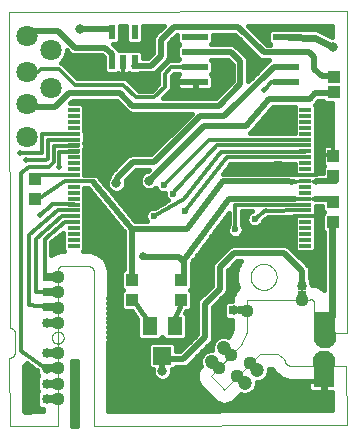
<source format=gtl>
G75*
%MOIN*%
%OFA0B0*%
%FSLAX25Y25*%
%IPPOS*%
%LPD*%
%AMOC8*
5,1,8,0,0,1.08239X$1,22.5*
%
%ADD10C,0.00200*%
%ADD11C,0.00000*%
%ADD12R,0.03937X0.04331*%
%ADD13R,0.04331X0.03937*%
%ADD14R,0.06299X0.05906*%
%ADD15R,0.05118X0.05906*%
%ADD16R,0.03150X0.03150*%
%ADD17R,0.07087X0.07087*%
%ADD18C,0.04724*%
%ADD19R,0.05512X0.01969*%
%ADD20C,0.07087*%
%ADD21R,0.02165X0.04724*%
%ADD22R,0.03543X0.01181*%
%ADD23R,0.04043X0.01181*%
%ADD24R,0.04331X0.04331*%
%ADD25C,0.01200*%
%ADD26R,0.02569X0.02569*%
%ADD27C,0.02400*%
%ADD28R,0.03200X0.03200*%
%ADD29C,0.01600*%
%ADD30C,0.02000*%
%ADD31C,0.03200*%
%ADD32C,0.01978*%
%ADD33C,0.04394*%
%ADD34C,0.07618*%
%ADD35C,0.02559*%
%ADD36C,0.02362*%
%ADD37C,0.01000*%
D10*
X0007139Y0006452D02*
X0023169Y0006452D01*
X0023164Y0006446D02*
X0023231Y0058499D01*
X0023243Y0058575D01*
X0023260Y0058651D01*
X0023280Y0058725D01*
X0023304Y0058799D01*
X0023332Y0058871D01*
X0023363Y0058942D01*
X0023398Y0059011D01*
X0023436Y0059079D01*
X0023478Y0059144D01*
X0023523Y0059207D01*
X0023571Y0059268D01*
X0023622Y0059326D01*
X0023676Y0059381D01*
X0023733Y0059434D01*
X0023792Y0059484D01*
X0023854Y0059531D01*
X0023918Y0059574D01*
X0023984Y0059614D01*
X0024053Y0059651D01*
X0024123Y0059685D01*
X0024194Y0059714D01*
X0024267Y0059740D01*
X0024341Y0059763D01*
X0024416Y0059781D01*
X0024493Y0059796D01*
X0024569Y0059807D01*
X0024646Y0059814D01*
X0024724Y0059817D01*
X0024801Y0059816D01*
X0024879Y0059811D01*
X0024956Y0059802D01*
X0024950Y0059801D02*
X0033087Y0059799D01*
X0033062Y0059803D02*
X0033151Y0059807D01*
X0033241Y0059806D01*
X0033330Y0059802D01*
X0033419Y0059794D01*
X0033508Y0059782D01*
X0033596Y0059766D01*
X0033683Y0059747D01*
X0033769Y0059723D01*
X0033854Y0059696D01*
X0033938Y0059666D01*
X0034021Y0059631D01*
X0034102Y0059593D01*
X0034181Y0059552D01*
X0034258Y0059507D01*
X0034333Y0059458D01*
X0034406Y0059407D01*
X0034477Y0059352D01*
X0034545Y0059295D01*
X0034611Y0059234D01*
X0034674Y0059171D01*
X0034734Y0059105D01*
X0034792Y0059036D01*
X0034846Y0058965D01*
X0034897Y0058891D01*
X0034945Y0058816D01*
X0034989Y0058738D01*
X0035030Y0058659D01*
X0035068Y0058578D01*
X0035102Y0058495D01*
X0035132Y0058411D01*
X0035159Y0058326D01*
X0035182Y0058239D01*
X0035201Y0058152D01*
X0035216Y0058064D01*
X0035227Y0057975D01*
X0035235Y0057886D01*
X0035201Y0006565D01*
X0035202Y0006565D02*
X0119531Y0006905D01*
X0119534Y0006905D02*
X0119427Y0026460D01*
X0119429Y0026459D02*
X0101408Y0026325D01*
X0101537Y0026337D02*
X0101435Y0026332D01*
X0101334Y0026331D01*
X0101233Y0026334D01*
X0101132Y0026340D01*
X0101031Y0026351D01*
X0100931Y0026365D01*
X0100831Y0026383D01*
X0100732Y0026405D01*
X0100634Y0026430D01*
X0100537Y0026460D01*
X0100441Y0026493D01*
X0100347Y0026530D01*
X0100254Y0026570D01*
X0100162Y0026614D01*
X0100073Y0026661D01*
X0099985Y0026712D01*
X0099899Y0026766D01*
X0099816Y0026823D01*
X0099734Y0026883D01*
X0099655Y0026947D01*
X0099579Y0027013D01*
X0099505Y0027083D01*
X0099434Y0027155D01*
X0099365Y0027230D01*
X0099300Y0027307D01*
X0099238Y0027387D01*
X0099178Y0027469D01*
X0099122Y0027553D01*
X0099069Y0027640D01*
X0099020Y0027728D01*
X0098974Y0027818D01*
X0098931Y0027910D01*
X0098892Y0028004D01*
X0098857Y0028099D01*
X0098825Y0028195D01*
X0098797Y0028292D01*
X0098773Y0028391D01*
X0098752Y0028490D01*
X0098735Y0028590D01*
X0098722Y0028690D01*
X0098713Y0028791D01*
X0098712Y0028794D02*
X0096565Y0030344D01*
X0090592Y0030344D01*
X0078779Y0018497D01*
X0078242Y0019068D01*
X0074584Y0022726D01*
X0074450Y0023162D01*
X0074451Y0023163D02*
X0084350Y0033532D01*
X0086263Y0037895D01*
X0086296Y0048566D01*
X0096532Y0048533D01*
X0101069Y0048535D01*
X0101061Y0048532D02*
X0107339Y0048579D01*
X0107334Y0048579D02*
X0107397Y0048594D01*
X0107461Y0048606D01*
X0107526Y0048615D01*
X0107591Y0048619D01*
X0107656Y0048620D01*
X0107721Y0048617D01*
X0107786Y0048610D01*
X0107850Y0048599D01*
X0107913Y0048585D01*
X0107976Y0048567D01*
X0108037Y0048546D01*
X0108097Y0048520D01*
X0108156Y0048492D01*
X0108213Y0048460D01*
X0108267Y0048425D01*
X0108320Y0048387D01*
X0108370Y0048345D01*
X0108418Y0048301D01*
X0108463Y0048254D01*
X0108506Y0048205D01*
X0108545Y0048153D01*
X0108582Y0048099D01*
X0108615Y0048043D01*
X0108645Y0047985D01*
X0108671Y0047926D01*
X0108694Y0047865D01*
X0108714Y0047803D01*
X0108711Y0047810D02*
X0108714Y0037240D01*
X0119623Y0037292D01*
X0119623Y0037293D02*
X0119529Y0144834D01*
X0119528Y0144834D02*
X0006889Y0144555D01*
X0006890Y0144557D02*
X0007149Y0039040D01*
X0007149Y0039045D02*
X0007226Y0039052D01*
X0007303Y0039055D01*
X0007380Y0039054D01*
X0007457Y0039050D01*
X0007533Y0039042D01*
X0007610Y0039030D01*
X0007685Y0039014D01*
X0007760Y0038995D01*
X0007833Y0038972D01*
X0007906Y0038945D01*
X0007976Y0038915D01*
X0008046Y0038882D01*
X0008114Y0038845D01*
X0008179Y0038805D01*
X0008243Y0038761D01*
X0008305Y0038715D01*
X0008364Y0038666D01*
X0008420Y0038614D01*
X0008475Y0038559D01*
X0008526Y0038501D01*
X0008574Y0038441D01*
X0008620Y0038379D01*
X0008662Y0038315D01*
X0008701Y0038248D01*
X0008737Y0038180D01*
X0008769Y0038110D01*
X0008798Y0038039D01*
X0008824Y0037966D01*
X0008845Y0037892D01*
X0008864Y0037817D01*
X0008878Y0037741D01*
X0008889Y0037665D01*
X0008889Y0031065D01*
X0008891Y0030980D01*
X0008889Y0030896D01*
X0008884Y0030811D01*
X0008874Y0030727D01*
X0008861Y0030644D01*
X0008844Y0030561D01*
X0008823Y0030479D01*
X0008798Y0030398D01*
X0008769Y0030318D01*
X0008737Y0030240D01*
X0008701Y0030163D01*
X0008662Y0030088D01*
X0008619Y0030015D01*
X0008573Y0029944D01*
X0008524Y0029875D01*
X0008472Y0029809D01*
X0008416Y0029745D01*
X0008358Y0029683D01*
X0008297Y0029625D01*
X0008234Y0029569D01*
X0008167Y0029516D01*
X0008099Y0029467D01*
X0008028Y0029420D01*
X0007955Y0029377D01*
X0007880Y0029337D01*
X0007804Y0029301D01*
X0007726Y0029269D01*
X0007646Y0029240D01*
X0007566Y0029214D01*
X0007484Y0029193D01*
X0007401Y0029175D01*
X0007317Y0029161D01*
X0007233Y0029151D01*
X0007149Y0029145D01*
X0007119Y0029145D01*
X0007123Y0029141D02*
X0007162Y0006458D01*
X0007154Y0029160D02*
X0007183Y0029160D01*
D11*
X0021234Y0035880D02*
X0021236Y0035968D01*
X0021242Y0036056D01*
X0021252Y0036144D01*
X0021266Y0036232D01*
X0021283Y0036318D01*
X0021305Y0036404D01*
X0021330Y0036488D01*
X0021360Y0036572D01*
X0021392Y0036654D01*
X0021429Y0036734D01*
X0021469Y0036813D01*
X0021513Y0036890D01*
X0021560Y0036965D01*
X0021610Y0037037D01*
X0021664Y0037108D01*
X0021720Y0037175D01*
X0021780Y0037241D01*
X0021842Y0037303D01*
X0021908Y0037363D01*
X0021975Y0037419D01*
X0022046Y0037473D01*
X0022118Y0037523D01*
X0022193Y0037570D01*
X0022270Y0037614D01*
X0022349Y0037654D01*
X0022429Y0037691D01*
X0022511Y0037723D01*
X0022595Y0037753D01*
X0022679Y0037778D01*
X0022765Y0037800D01*
X0022851Y0037817D01*
X0022939Y0037831D01*
X0023027Y0037841D01*
X0023115Y0037847D01*
X0023203Y0037849D01*
X0023291Y0037847D01*
X0023379Y0037841D01*
X0023467Y0037831D01*
X0023555Y0037817D01*
X0023641Y0037800D01*
X0023727Y0037778D01*
X0023811Y0037753D01*
X0023895Y0037723D01*
X0023977Y0037691D01*
X0024057Y0037654D01*
X0024136Y0037614D01*
X0024213Y0037570D01*
X0024288Y0037523D01*
X0024360Y0037473D01*
X0024431Y0037419D01*
X0024498Y0037363D01*
X0024564Y0037303D01*
X0024626Y0037241D01*
X0024686Y0037175D01*
X0024742Y0037108D01*
X0024796Y0037037D01*
X0024846Y0036965D01*
X0024893Y0036890D01*
X0024937Y0036813D01*
X0024977Y0036734D01*
X0025014Y0036654D01*
X0025046Y0036572D01*
X0025076Y0036488D01*
X0025101Y0036404D01*
X0025123Y0036318D01*
X0025140Y0036232D01*
X0025154Y0036144D01*
X0025164Y0036056D01*
X0025170Y0035968D01*
X0025172Y0035880D01*
X0025170Y0035792D01*
X0025164Y0035704D01*
X0025154Y0035616D01*
X0025140Y0035528D01*
X0025123Y0035442D01*
X0025101Y0035356D01*
X0025076Y0035272D01*
X0025046Y0035188D01*
X0025014Y0035106D01*
X0024977Y0035026D01*
X0024937Y0034947D01*
X0024893Y0034870D01*
X0024846Y0034795D01*
X0024796Y0034723D01*
X0024742Y0034652D01*
X0024686Y0034585D01*
X0024626Y0034519D01*
X0024564Y0034457D01*
X0024498Y0034397D01*
X0024431Y0034341D01*
X0024360Y0034287D01*
X0024288Y0034237D01*
X0024213Y0034190D01*
X0024136Y0034146D01*
X0024057Y0034106D01*
X0023977Y0034069D01*
X0023895Y0034037D01*
X0023811Y0034007D01*
X0023727Y0033982D01*
X0023641Y0033960D01*
X0023555Y0033943D01*
X0023467Y0033929D01*
X0023379Y0033919D01*
X0023291Y0033913D01*
X0023203Y0033911D01*
X0023115Y0033913D01*
X0023027Y0033919D01*
X0022939Y0033929D01*
X0022851Y0033943D01*
X0022765Y0033960D01*
X0022679Y0033982D01*
X0022595Y0034007D01*
X0022511Y0034037D01*
X0022429Y0034069D01*
X0022349Y0034106D01*
X0022270Y0034146D01*
X0022193Y0034190D01*
X0022118Y0034237D01*
X0022046Y0034287D01*
X0021975Y0034341D01*
X0021908Y0034397D01*
X0021842Y0034457D01*
X0021780Y0034519D01*
X0021720Y0034585D01*
X0021664Y0034652D01*
X0021610Y0034723D01*
X0021560Y0034795D01*
X0021513Y0034870D01*
X0021469Y0034947D01*
X0021429Y0035026D01*
X0021392Y0035106D01*
X0021360Y0035188D01*
X0021330Y0035272D01*
X0021305Y0035356D01*
X0021283Y0035442D01*
X0021266Y0035528D01*
X0021252Y0035616D01*
X0021242Y0035704D01*
X0021236Y0035792D01*
X0021234Y0035880D01*
X0087502Y0056126D02*
X0087504Y0056257D01*
X0087510Y0056389D01*
X0087520Y0056520D01*
X0087534Y0056651D01*
X0087552Y0056781D01*
X0087574Y0056910D01*
X0087599Y0057039D01*
X0087629Y0057167D01*
X0087663Y0057294D01*
X0087700Y0057421D01*
X0087741Y0057545D01*
X0087786Y0057669D01*
X0087835Y0057791D01*
X0087887Y0057912D01*
X0087943Y0058030D01*
X0088003Y0058148D01*
X0088066Y0058263D01*
X0088133Y0058376D01*
X0088203Y0058488D01*
X0088276Y0058597D01*
X0088352Y0058703D01*
X0088432Y0058808D01*
X0088515Y0058910D01*
X0088601Y0059009D01*
X0088690Y0059106D01*
X0088782Y0059200D01*
X0088877Y0059291D01*
X0088974Y0059380D01*
X0089074Y0059465D01*
X0089177Y0059547D01*
X0089282Y0059626D01*
X0089389Y0059702D01*
X0089499Y0059774D01*
X0089611Y0059843D01*
X0089725Y0059909D01*
X0089840Y0059971D01*
X0089958Y0060030D01*
X0090077Y0060085D01*
X0090198Y0060137D01*
X0090321Y0060184D01*
X0090445Y0060228D01*
X0090570Y0060269D01*
X0090696Y0060305D01*
X0090824Y0060338D01*
X0090952Y0060366D01*
X0091081Y0060391D01*
X0091211Y0060412D01*
X0091341Y0060429D01*
X0091472Y0060442D01*
X0091603Y0060451D01*
X0091734Y0060456D01*
X0091866Y0060457D01*
X0091997Y0060454D01*
X0092129Y0060447D01*
X0092260Y0060436D01*
X0092390Y0060421D01*
X0092520Y0060402D01*
X0092650Y0060379D01*
X0092778Y0060353D01*
X0092906Y0060322D01*
X0093033Y0060287D01*
X0093159Y0060249D01*
X0093283Y0060207D01*
X0093407Y0060161D01*
X0093528Y0060111D01*
X0093648Y0060058D01*
X0093767Y0060001D01*
X0093884Y0059941D01*
X0093998Y0059877D01*
X0094111Y0059809D01*
X0094222Y0059738D01*
X0094331Y0059664D01*
X0094437Y0059587D01*
X0094541Y0059506D01*
X0094642Y0059423D01*
X0094741Y0059336D01*
X0094837Y0059246D01*
X0094930Y0059153D01*
X0095021Y0059058D01*
X0095108Y0058960D01*
X0095193Y0058859D01*
X0095274Y0058756D01*
X0095352Y0058650D01*
X0095427Y0058542D01*
X0095499Y0058432D01*
X0095567Y0058320D01*
X0095632Y0058206D01*
X0095693Y0058089D01*
X0095751Y0057971D01*
X0095805Y0057851D01*
X0095856Y0057730D01*
X0095903Y0057607D01*
X0095946Y0057483D01*
X0095985Y0057358D01*
X0096021Y0057231D01*
X0096052Y0057103D01*
X0096080Y0056975D01*
X0096104Y0056846D01*
X0096124Y0056716D01*
X0096140Y0056585D01*
X0096152Y0056454D01*
X0096160Y0056323D01*
X0096164Y0056192D01*
X0096164Y0056060D01*
X0096160Y0055929D01*
X0096152Y0055798D01*
X0096140Y0055667D01*
X0096124Y0055536D01*
X0096104Y0055406D01*
X0096080Y0055277D01*
X0096052Y0055149D01*
X0096021Y0055021D01*
X0095985Y0054894D01*
X0095946Y0054769D01*
X0095903Y0054645D01*
X0095856Y0054522D01*
X0095805Y0054401D01*
X0095751Y0054281D01*
X0095693Y0054163D01*
X0095632Y0054046D01*
X0095567Y0053932D01*
X0095499Y0053820D01*
X0095427Y0053710D01*
X0095352Y0053602D01*
X0095274Y0053496D01*
X0095193Y0053393D01*
X0095108Y0053292D01*
X0095021Y0053194D01*
X0094930Y0053099D01*
X0094837Y0053006D01*
X0094741Y0052916D01*
X0094642Y0052829D01*
X0094541Y0052746D01*
X0094437Y0052665D01*
X0094331Y0052588D01*
X0094222Y0052514D01*
X0094111Y0052443D01*
X0093999Y0052375D01*
X0093884Y0052311D01*
X0093767Y0052251D01*
X0093648Y0052194D01*
X0093528Y0052141D01*
X0093407Y0052091D01*
X0093283Y0052045D01*
X0093159Y0052003D01*
X0093033Y0051965D01*
X0092906Y0051930D01*
X0092778Y0051899D01*
X0092650Y0051873D01*
X0092520Y0051850D01*
X0092390Y0051831D01*
X0092260Y0051816D01*
X0092129Y0051805D01*
X0091997Y0051798D01*
X0091866Y0051795D01*
X0091734Y0051796D01*
X0091603Y0051801D01*
X0091472Y0051810D01*
X0091341Y0051823D01*
X0091211Y0051840D01*
X0091081Y0051861D01*
X0090952Y0051886D01*
X0090824Y0051914D01*
X0090696Y0051947D01*
X0090570Y0051983D01*
X0090445Y0052024D01*
X0090321Y0052068D01*
X0090198Y0052115D01*
X0090077Y0052167D01*
X0089958Y0052222D01*
X0089840Y0052281D01*
X0089725Y0052343D01*
X0089611Y0052409D01*
X0089499Y0052478D01*
X0089389Y0052550D01*
X0089282Y0052626D01*
X0089177Y0052705D01*
X0089074Y0052787D01*
X0088974Y0052872D01*
X0088877Y0052961D01*
X0088782Y0053052D01*
X0088690Y0053146D01*
X0088601Y0053243D01*
X0088515Y0053342D01*
X0088432Y0053444D01*
X0088352Y0053549D01*
X0088276Y0053655D01*
X0088203Y0053764D01*
X0088133Y0053876D01*
X0088066Y0053989D01*
X0088003Y0054104D01*
X0087943Y0054222D01*
X0087887Y0054340D01*
X0087835Y0054461D01*
X0087786Y0054583D01*
X0087741Y0054707D01*
X0087700Y0054831D01*
X0087663Y0054958D01*
X0087629Y0055085D01*
X0087599Y0055213D01*
X0087574Y0055342D01*
X0087552Y0055471D01*
X0087534Y0055601D01*
X0087520Y0055732D01*
X0087510Y0055863D01*
X0087504Y0055995D01*
X0087502Y0056126D01*
D12*
X0115063Y0089774D03*
X0115063Y0096466D03*
X0015703Y0088906D03*
X0015703Y0082214D03*
D13*
X0048082Y0055156D03*
X0048082Y0048464D03*
X0064353Y0048319D03*
X0064353Y0055012D03*
X0115003Y0074294D03*
X0115003Y0080986D03*
D14*
X0058018Y0029860D03*
D15*
X0053884Y0039703D03*
X0062152Y0039703D03*
D16*
X0081783Y0045000D03*
X0084783Y0045000D03*
X0104543Y0050260D03*
X0104543Y0053080D03*
X0021643Y0051120D03*
X0019634Y0051060D03*
X0019754Y0056220D03*
X0021643Y0056220D03*
X0021643Y0046020D03*
X0019634Y0046020D03*
X0019574Y0040920D03*
X0021643Y0040920D03*
X0021643Y0030720D03*
X0019694Y0030720D03*
X0019634Y0025620D03*
X0021643Y0025620D03*
X0021643Y0020520D03*
X0019634Y0020520D03*
X0019634Y0015420D03*
X0021643Y0015420D03*
D17*
X0111883Y0022800D03*
X0112399Y0041043D03*
D18*
X0089683Y0025140D03*
X0085521Y0020753D03*
X0074683Y0027720D03*
X0078545Y0032474D03*
D19*
X0070702Y0121117D03*
X0067202Y0121117D03*
X0067202Y0126117D03*
X0070702Y0126117D03*
X0070702Y0131117D03*
X0067202Y0131117D03*
X0067202Y0136078D03*
X0070702Y0136078D03*
X0097505Y0136078D03*
X0101005Y0136078D03*
X0101005Y0131078D03*
X0097505Y0131078D03*
X0097505Y0126078D03*
X0101005Y0126078D03*
X0101005Y0121078D03*
X0097505Y0121078D03*
D20*
X0021001Y0119136D03*
X0013082Y0124276D03*
X0021001Y0131623D03*
X0013082Y0136338D03*
X0013000Y0113742D03*
X0013082Y0102732D03*
D21*
X0041325Y0127872D03*
X0045065Y0127872D03*
X0048805Y0127872D03*
X0048805Y0137715D03*
X0041325Y0137715D03*
D22*
X0028732Y0111759D03*
X0028732Y0109790D03*
X0028732Y0107822D03*
X0028732Y0105853D03*
X0028732Y0103885D03*
X0028732Y0101916D03*
X0028732Y0099948D03*
X0028732Y0097979D03*
X0028732Y0096011D03*
X0028732Y0094042D03*
X0028732Y0092074D03*
X0028732Y0090105D03*
X0028732Y0088137D03*
X0028732Y0086168D03*
X0028732Y0084200D03*
X0028732Y0082231D03*
X0028732Y0080263D03*
X0028732Y0078294D03*
X0028732Y0076326D03*
X0028732Y0074357D03*
X0028732Y0072389D03*
X0028732Y0070420D03*
X0028732Y0068452D03*
X0028732Y0066483D03*
X0105504Y0068452D03*
X0105504Y0070420D03*
X0105504Y0072389D03*
X0105504Y0074357D03*
X0105504Y0076326D03*
X0105504Y0078294D03*
X0105504Y0080263D03*
X0105504Y0082231D03*
X0105504Y0084200D03*
X0105504Y0086168D03*
X0105504Y0088137D03*
X0105504Y0090105D03*
X0105504Y0092074D03*
X0105504Y0094042D03*
X0105504Y0096011D03*
X0105504Y0097979D03*
X0105504Y0099948D03*
X0105504Y0101916D03*
X0105504Y0103885D03*
X0105504Y0105853D03*
X0105504Y0107822D03*
X0105504Y0109790D03*
X0105504Y0111759D03*
D23*
X0105754Y0111756D03*
X0105754Y0109787D03*
X0105754Y0107819D03*
X0105754Y0105850D03*
X0105754Y0103882D03*
X0105754Y0101913D03*
X0105754Y0099945D03*
X0105754Y0097976D03*
X0105754Y0096008D03*
X0105754Y0094039D03*
X0105754Y0092071D03*
X0105754Y0090102D03*
X0105754Y0088134D03*
X0105754Y0086165D03*
X0105754Y0084197D03*
X0105754Y0082228D03*
X0105754Y0080260D03*
X0105754Y0078291D03*
X0105754Y0076323D03*
X0105754Y0074354D03*
X0105754Y0072386D03*
X0105754Y0070417D03*
X0105754Y0068449D03*
X0105755Y0066484D03*
X0028478Y0066484D03*
X0028478Y0068452D03*
X0028478Y0070421D03*
X0028478Y0072389D03*
X0028478Y0074358D03*
X0028478Y0076326D03*
X0028478Y0078295D03*
X0028478Y0080263D03*
X0028478Y0082232D03*
X0028478Y0084200D03*
X0028478Y0086169D03*
X0028478Y0088137D03*
X0028478Y0090106D03*
X0028478Y0092074D03*
X0028478Y0094043D03*
X0028478Y0096011D03*
X0028478Y0097980D03*
X0028478Y0099948D03*
X0028478Y0101917D03*
X0028478Y0103885D03*
X0028478Y0105854D03*
X0028478Y0107822D03*
X0028478Y0109791D03*
X0028478Y0111759D03*
D24*
X0115192Y0117851D03*
X0115192Y0122794D03*
D25*
X0096453Y0120996D02*
X0094365Y0120996D01*
X0093203Y0119729D01*
X0093234Y0119759D02*
X0092157Y0118578D01*
X0105542Y0101873D02*
X0073723Y0101880D01*
X0058518Y0086900D01*
X0061714Y0084016D02*
X0076183Y0099960D01*
X0076183Y0099960D01*
X0105643Y0099960D01*
X0105509Y0097913D02*
X0077713Y0097920D01*
X0077623Y0097800D02*
X0065173Y0082260D01*
X0065143Y0082200D02*
X0055391Y0076440D01*
X0065729Y0078046D02*
X0079783Y0096000D01*
X0079843Y0096000D02*
X0105223Y0096000D01*
X0101633Y0090120D02*
X0109476Y0090120D01*
X0112093Y0096760D02*
X0116323Y0096780D01*
X0115003Y0096900D02*
X0114984Y0099909D01*
X0104480Y0080224D02*
X0082448Y0080224D01*
X0082380Y0080189D02*
X0082380Y0071917D01*
X0089005Y0075431D02*
X0092518Y0078276D01*
X0092769Y0078261D02*
X0104969Y0078276D01*
X0102088Y0076320D02*
X0108936Y0076320D01*
X0104603Y0053080D02*
X0104443Y0052680D01*
X0035203Y0088020D02*
X0025513Y0088020D01*
X0025483Y0088020D02*
X0016183Y0081600D01*
X0017223Y0076820D02*
X0021143Y0080220D01*
X0021263Y0080280D02*
X0028543Y0080280D01*
X0028843Y0078300D02*
X0023143Y0078360D01*
X0013743Y0070260D01*
X0013743Y0069920D02*
X0013663Y0046740D01*
X0019648Y0045991D01*
X0020132Y0051120D02*
X0015943Y0051120D01*
X0015943Y0068740D01*
X0016003Y0068920D02*
X0024703Y0076320D01*
X0028903Y0076320D01*
X0026243Y0074400D02*
X0025511Y0074400D01*
X0018867Y0068617D01*
X0018867Y0055995D01*
X0011023Y0071520D02*
X0010883Y0090720D01*
X0010919Y0090707D02*
X0013493Y0092874D01*
X0020316Y0092874D01*
X0020943Y0093500D01*
X0021009Y0093571D02*
X0021829Y0094391D01*
X0021829Y0099750D01*
X0024022Y0099750D01*
X0023968Y0099722D02*
X0029948Y0099762D01*
X0029848Y0097902D02*
X0023728Y0097917D01*
X0023669Y0092652D01*
X0019958Y0095566D02*
X0019354Y0094962D01*
X0012663Y0094962D01*
X0010602Y0097270D02*
X0018058Y0097270D01*
X0018058Y0103850D01*
X0021205Y0103850D01*
X0021218Y0103842D02*
X0030068Y0103842D01*
X0030123Y0101838D02*
X0022217Y0101838D01*
X0022284Y0101850D02*
X0019958Y0101850D01*
X0019958Y0095566D01*
X0016123Y0090120D02*
X0028673Y0090099D01*
X0011023Y0071520D02*
X0011023Y0031500D01*
X0018914Y0025727D01*
X0049232Y0116033D02*
X0055412Y0116033D01*
X0058931Y0119552D01*
X0058931Y0123930D01*
X0061097Y0126095D01*
X0061169Y0126120D02*
X0068642Y0126120D01*
X0049232Y0116033D02*
X0045035Y0120229D01*
X0038855Y0120229D01*
X0038982Y0120205D02*
X0028869Y0120205D01*
X0023734Y0125340D01*
X0017755Y0125340D01*
X0016715Y0124300D01*
X0012946Y0124300D01*
X0045065Y0124217D02*
X0045065Y0127194D01*
D26*
X0034611Y0126431D03*
X0053726Y0138989D03*
X0079031Y0123513D03*
X0088911Y0127149D03*
X0098608Y0107493D03*
X0111206Y0112612D03*
X0096593Y0093296D03*
X0096021Y0071401D03*
X0076849Y0042315D03*
X0099914Y0019639D03*
X0111913Y0020760D03*
X0060277Y0018889D03*
X0047255Y0038003D03*
X0023203Y0066584D03*
X0036683Y0070570D03*
X0047393Y0084394D03*
X0053521Y0105883D03*
X0113670Y0139054D03*
X0013386Y0011289D03*
D27*
X0049478Y0011760D02*
X0055344Y0011807D01*
X0111973Y0012540D02*
X0112003Y0022350D01*
X0114779Y0043051D02*
X0114763Y0073678D01*
X0115030Y0132813D02*
X0108843Y0135920D01*
X0100158Y0135953D01*
D28*
X0077270Y0069972D03*
D29*
X0075574Y0071325D02*
X0079654Y0071325D01*
X0079629Y0071385D02*
X0080053Y0070363D01*
X0080835Y0069581D01*
X0081857Y0069157D01*
X0082964Y0069157D01*
X0083986Y0069581D01*
X0084768Y0070363D01*
X0085192Y0071385D01*
X0085192Y0072492D01*
X0084768Y0073514D01*
X0084580Y0073702D01*
X0084580Y0078024D01*
X0087941Y0078024D01*
X0087279Y0077749D01*
X0086497Y0076967D01*
X0086073Y0075945D01*
X0086073Y0074839D01*
X0086497Y0073816D01*
X0087279Y0073034D01*
X0088301Y0072611D01*
X0089408Y0072611D01*
X0090430Y0073034D01*
X0091212Y0073816D01*
X0091568Y0074676D01*
X0093279Y0076062D01*
X0102132Y0076073D01*
X0102132Y0067198D01*
X0102133Y0067198D01*
X0102133Y0067195D01*
X0102134Y0067194D01*
X0102134Y0065231D01*
X0103071Y0064294D01*
X0108440Y0064294D01*
X0109377Y0065231D01*
X0109377Y0067738D01*
X0109376Y0067739D01*
X0109376Y0079601D01*
X0109689Y0079525D01*
X0109911Y0079660D01*
X0111238Y0079660D01*
X0111238Y0078355D01*
X0111953Y0077640D01*
X0111238Y0076925D01*
X0111238Y0071662D01*
X0111965Y0070935D01*
X0111975Y0051721D01*
X0111629Y0052161D01*
X0109542Y0053334D01*
X0107847Y0053538D01*
X0107847Y0053884D01*
X0107718Y0054196D01*
X0107718Y0055318D01*
X0107243Y0055792D01*
X0107243Y0058737D01*
X0106847Y0059693D01*
X0100967Y0065573D01*
X0100236Y0066304D01*
X0099280Y0066700D01*
X0081446Y0066700D01*
X0080490Y0066304D01*
X0075730Y0061544D01*
X0074999Y0060813D01*
X0074603Y0059857D01*
X0074603Y0053137D01*
X0070099Y0048633D01*
X0069703Y0047677D01*
X0069703Y0037030D01*
X0063978Y0031305D01*
X0062768Y0031301D01*
X0062768Y0033476D01*
X0061831Y0034413D01*
X0054206Y0034413D01*
X0053269Y0033476D01*
X0053269Y0026245D01*
X0054206Y0025308D01*
X0054811Y0025308D01*
X0054811Y0024060D01*
X0055298Y0022884D01*
X0056198Y0021984D01*
X0057374Y0021497D01*
X0058647Y0021497D01*
X0059823Y0021984D01*
X0060723Y0022884D01*
X0061211Y0024060D01*
X0061211Y0025308D01*
X0061831Y0025308D01*
X0062624Y0026101D01*
X0064531Y0026106D01*
X0064536Y0026104D01*
X0065571Y0026104D01*
X0066526Y0026499D01*
X0074507Y0034480D01*
X0074903Y0035436D01*
X0074903Y0046083D01*
X0079407Y0050587D01*
X0079803Y0051543D01*
X0079803Y0058263D01*
X0083040Y0061500D01*
X0084294Y0061500D01*
X0084093Y0061299D01*
X0082703Y0057943D01*
X0082703Y0054310D01*
X0083409Y0052605D01*
X0082854Y0052054D01*
X0082151Y0051356D01*
X0082151Y0051355D01*
X0081775Y0050455D01*
X0081399Y0049557D01*
X0081399Y0049557D01*
X0081399Y0049556D01*
X0081396Y0048587D01*
X0081395Y0048175D01*
X0079546Y0048175D01*
X0078608Y0047238D01*
X0078608Y0042762D01*
X0079546Y0041825D01*
X0081043Y0041825D01*
X0081177Y0041770D01*
X0081375Y0041770D01*
X0081366Y0038929D01*
X0080209Y0036291D01*
X0080061Y0036135D01*
X0079334Y0036436D01*
X0077757Y0036436D01*
X0076301Y0035833D01*
X0076198Y0035730D01*
X0076160Y0035714D01*
X0075260Y0034814D01*
X0075244Y0034776D01*
X0075187Y0034719D01*
X0074583Y0033262D01*
X0074583Y0031686D01*
X0074585Y0031682D01*
X0073895Y0031682D01*
X0073431Y0031490D01*
X0073357Y0031490D01*
X0072180Y0031003D01*
X0071280Y0030103D01*
X0070793Y0028927D01*
X0070793Y0028682D01*
X0070721Y0028508D01*
X0070721Y0026932D01*
X0070874Y0026563D01*
X0070575Y0026316D01*
X0070436Y0026053D01*
X0070234Y0025841D01*
X0069989Y0025209D01*
X0069663Y0024593D01*
X0069635Y0024295D01*
X0069530Y0024024D01*
X0069546Y0023349D01*
X0069480Y0022653D01*
X0069569Y0022364D01*
X0069575Y0022075D01*
X0069684Y0021828D01*
X0069684Y0021751D01*
X0069969Y0021064D01*
X0070187Y0020353D01*
X0070339Y0020170D01*
X0070430Y0019950D01*
X0070956Y0019424D01*
X0071430Y0018851D01*
X0071640Y0018740D01*
X0074604Y0015777D01*
X0074629Y0015716D01*
X0075264Y0015083D01*
X0075879Y0014429D01*
X0075952Y0014396D01*
X0076009Y0014339D01*
X0076838Y0013997D01*
X0077656Y0013629D01*
X0077737Y0013627D01*
X0077811Y0013596D01*
X0078708Y0013597D01*
X0079605Y0013570D01*
X0079680Y0013599D01*
X0079761Y0013599D01*
X0080589Y0013943D01*
X0081427Y0014261D01*
X0081486Y0014316D01*
X0081560Y0014347D01*
X0082194Y0014982D01*
X0082847Y0015597D01*
X0082880Y0015671D01*
X0084212Y0017006D01*
X0084733Y0016791D01*
X0086309Y0016791D01*
X0087765Y0017394D01*
X0088880Y0018508D01*
X0089483Y0019965D01*
X0089483Y0021178D01*
X0090471Y0021178D01*
X0091927Y0021781D01*
X0093042Y0022896D01*
X0093645Y0024352D01*
X0093645Y0025444D01*
X0094682Y0025444D01*
X0095269Y0024267D01*
X0095269Y0024267D01*
X0097535Y0022297D01*
X0100381Y0021345D01*
X0100381Y0021345D01*
X0101530Y0021425D01*
X0106740Y0021464D01*
X0106740Y0018594D01*
X0107677Y0017657D01*
X0114575Y0017657D01*
X0114607Y0011785D01*
X0040105Y0011484D01*
X0040134Y0057068D01*
X0040186Y0057219D01*
X0040135Y0058037D01*
X0040136Y0058857D01*
X0040074Y0059005D01*
X0040039Y0059572D01*
X0038823Y0062055D01*
X0036750Y0063883D01*
X0034135Y0064779D01*
X0034135Y0064779D01*
X0032852Y0064699D01*
X0031574Y0064699D01*
X0032104Y0065230D01*
X0032104Y0085820D01*
X0033201Y0085820D01*
X0045334Y0071103D01*
X0045310Y0058725D01*
X0045254Y0058725D01*
X0044317Y0057788D01*
X0044317Y0052525D01*
X0045032Y0051810D01*
X0044317Y0051095D01*
X0044317Y0045832D01*
X0045254Y0044895D01*
X0047842Y0044895D01*
X0049725Y0042143D01*
X0049725Y0036087D01*
X0050663Y0035150D01*
X0057106Y0035150D01*
X0058018Y0036062D01*
X0058930Y0035150D01*
X0065374Y0035150D01*
X0066311Y0036087D01*
X0066311Y0043318D01*
X0065659Y0043970D01*
X0066019Y0044751D01*
X0067181Y0044751D01*
X0068119Y0045688D01*
X0068119Y0050950D01*
X0067403Y0051666D01*
X0068119Y0052381D01*
X0068119Y0057643D01*
X0067819Y0057943D01*
X0067819Y0060887D01*
X0080180Y0077524D01*
X0080180Y0073641D01*
X0080053Y0073514D01*
X0079629Y0072492D01*
X0079629Y0071385D01*
X0079808Y0072924D02*
X0076762Y0072924D01*
X0077950Y0074522D02*
X0080180Y0074522D01*
X0080180Y0076121D02*
X0079137Y0076121D01*
X0084580Y0076121D02*
X0086146Y0076121D01*
X0086204Y0074522D02*
X0084580Y0074522D01*
X0085012Y0072924D02*
X0087545Y0072924D01*
X0090164Y0072924D02*
X0102132Y0072924D01*
X0102132Y0074522D02*
X0091505Y0074522D01*
X0087249Y0077719D02*
X0084580Y0077719D01*
X0085167Y0071325D02*
X0102132Y0071325D01*
X0102132Y0069727D02*
X0084132Y0069727D01*
X0080689Y0069727D02*
X0074387Y0069727D01*
X0073199Y0068128D02*
X0102132Y0068128D01*
X0102134Y0066530D02*
X0099691Y0066530D01*
X0101609Y0064931D02*
X0102433Y0064931D01*
X0103207Y0063333D02*
X0111969Y0063333D01*
X0111968Y0064931D02*
X0109077Y0064931D01*
X0109377Y0066530D02*
X0111967Y0066530D01*
X0111966Y0068128D02*
X0109376Y0068128D01*
X0109376Y0069727D02*
X0111965Y0069727D01*
X0111575Y0071325D02*
X0109376Y0071325D01*
X0109376Y0072924D02*
X0111238Y0072924D01*
X0111238Y0074522D02*
X0109376Y0074522D01*
X0109376Y0076121D02*
X0111238Y0076121D01*
X0111873Y0077719D02*
X0109376Y0077719D01*
X0109376Y0079318D02*
X0111238Y0079318D01*
X0111495Y0090657D02*
X0110001Y0090662D01*
X0109783Y0090802D01*
X0109376Y0090711D01*
X0109376Y0113009D01*
X0108892Y0113493D01*
X0110123Y0114723D01*
X0111726Y0114723D01*
X0112364Y0114086D01*
X0114656Y0114086D01*
X0114668Y0100232D01*
X0112432Y0100232D01*
X0111495Y0099295D01*
X0111495Y0093638D01*
X0112013Y0093120D01*
X0111495Y0092602D01*
X0111495Y0090657D01*
X0111495Y0092106D02*
X0109376Y0092106D01*
X0109376Y0093705D02*
X0111495Y0093705D01*
X0111495Y0095303D02*
X0109376Y0095303D01*
X0109376Y0096902D02*
X0111495Y0096902D01*
X0111495Y0098500D02*
X0109376Y0098500D01*
X0109376Y0100099D02*
X0112299Y0100099D01*
X0114667Y0101697D02*
X0109376Y0101697D01*
X0109376Y0103296D02*
X0114665Y0103296D01*
X0114664Y0104894D02*
X0109376Y0104894D01*
X0109376Y0106493D02*
X0114662Y0106493D01*
X0114661Y0108091D02*
X0109376Y0108091D01*
X0109376Y0109690D02*
X0114660Y0109690D01*
X0114658Y0111288D02*
X0109376Y0111288D01*
X0109376Y0112887D02*
X0114657Y0112887D01*
X0111964Y0114485D02*
X0109885Y0114485D01*
X0102132Y0112880D02*
X0102132Y0110505D01*
X0102132Y0104074D01*
X0087257Y0104077D01*
X0087496Y0104176D01*
X0087575Y0104255D01*
X0087674Y0104306D01*
X0087938Y0104618D01*
X0088227Y0104907D01*
X0088270Y0105010D01*
X0094929Y0112880D01*
X0102132Y0112880D01*
X0102132Y0111288D02*
X0093582Y0111288D01*
X0092229Y0109690D02*
X0102132Y0109690D01*
X0102132Y0108091D02*
X0090877Y0108091D01*
X0089524Y0106493D02*
X0102132Y0106493D01*
X0102132Y0104894D02*
X0088214Y0104894D01*
X0076103Y0116084D02*
X0058574Y0116084D01*
X0058281Y0115790D02*
X0059842Y0117352D01*
X0061131Y0118641D01*
X0061131Y0123018D01*
X0062033Y0123920D01*
X0063397Y0123920D01*
X0063699Y0123617D01*
X0062846Y0122764D01*
X0062846Y0119470D01*
X0063783Y0118533D01*
X0074121Y0118533D01*
X0075058Y0119470D01*
X0075058Y0122764D01*
X0074205Y0123617D01*
X0075058Y0124470D01*
X0075058Y0127764D01*
X0074375Y0128447D01*
X0079909Y0128447D01*
X0081492Y0126864D01*
X0081492Y0121472D01*
X0075810Y0115790D01*
X0058281Y0115790D01*
X0060173Y0117682D02*
X0077702Y0117682D01*
X0079301Y0119281D02*
X0074868Y0119281D01*
X0075058Y0120879D02*
X0080899Y0120879D01*
X0081492Y0122478D02*
X0075058Y0122478D01*
X0074664Y0124076D02*
X0081492Y0124076D01*
X0081492Y0125675D02*
X0075058Y0125675D01*
X0075058Y0127273D02*
X0081083Y0127273D01*
X0085239Y0130470D02*
X0088643Y0130470D01*
X0090241Y0128872D02*
X0086520Y0128872D01*
X0086692Y0128458D02*
X0086296Y0129414D01*
X0083190Y0132520D01*
X0082458Y0133251D01*
X0081503Y0133647D01*
X0074274Y0133647D01*
X0075058Y0134431D01*
X0075058Y0136780D01*
X0082333Y0136780D01*
X0090356Y0128757D01*
X0091312Y0128361D01*
X0093786Y0128361D01*
X0093753Y0128328D01*
X0093742Y0128324D01*
X0086692Y0121273D01*
X0086692Y0128458D01*
X0086692Y0127273D02*
X0092692Y0127273D01*
X0091093Y0125675D02*
X0086692Y0125675D01*
X0086692Y0124076D02*
X0089495Y0124076D01*
X0087896Y0122478D02*
X0086692Y0122478D01*
X0087044Y0132069D02*
X0083641Y0132069D01*
X0085446Y0133667D02*
X0074294Y0133667D01*
X0075058Y0135266D02*
X0083847Y0135266D01*
X0088004Y0138463D02*
X0093887Y0138463D01*
X0094087Y0138662D02*
X0093149Y0137725D01*
X0093149Y0134431D01*
X0094002Y0133578D01*
X0093985Y0133561D01*
X0092906Y0133561D01*
X0086615Y0139853D01*
X0114633Y0139922D01*
X0114636Y0136144D01*
X0110508Y0138217D01*
X0110438Y0138288D01*
X0110014Y0138465D01*
X0109602Y0138672D01*
X0109503Y0138679D01*
X0109411Y0138718D01*
X0108950Y0138720D01*
X0108491Y0138753D01*
X0108396Y0138722D01*
X0099612Y0138756D01*
X0099384Y0138662D01*
X0094087Y0138662D01*
X0093149Y0136864D02*
X0089603Y0136864D01*
X0091201Y0135266D02*
X0093149Y0135266D01*
X0092800Y0133667D02*
X0093913Y0133667D01*
X0110020Y0138463D02*
X0114634Y0138463D01*
X0114636Y0136864D02*
X0113202Y0136864D01*
X0067834Y0110590D02*
X0054252Y0097008D01*
X0051062Y0097008D01*
X0050791Y0097121D01*
X0047736Y0097121D01*
X0046780Y0096725D01*
X0041352Y0091297D01*
X0040621Y0090565D01*
X0040225Y0089610D01*
X0040225Y0089423D01*
X0040052Y0089250D01*
X0039565Y0088073D01*
X0039565Y0086800D01*
X0040001Y0085746D01*
X0037403Y0088898D01*
X0037403Y0088931D01*
X0037247Y0089087D01*
X0036830Y0089593D01*
X0036641Y0089694D01*
X0036114Y0090220D01*
X0032104Y0090220D01*
X0032104Y0098815D01*
X0032154Y0098865D01*
X0032141Y0100688D01*
X0032112Y0100716D01*
X0032323Y0100927D01*
X0032323Y0102750D01*
X0032205Y0102868D01*
X0032268Y0102930D01*
X0032268Y0104753D01*
X0032104Y0104917D01*
X0032104Y0113012D01*
X0031167Y0113949D01*
X0031163Y0113949D01*
X0031162Y0113950D01*
X0027367Y0113950D01*
X0028203Y0114787D01*
X0030586Y0114787D01*
X0030694Y0114742D01*
X0036546Y0114774D01*
X0036623Y0114742D01*
X0042876Y0114742D01*
X0045900Y0111718D01*
X0046631Y0110986D01*
X0047586Y0110590D01*
X0067834Y0110590D01*
X0066933Y0109690D02*
X0032104Y0109690D01*
X0032104Y0111288D02*
X0046329Y0111288D01*
X0044730Y0112887D02*
X0032104Y0112887D01*
X0027902Y0114485D02*
X0043132Y0114485D01*
X0049095Y0119281D02*
X0055548Y0119281D01*
X0054501Y0118233D02*
X0050143Y0118233D01*
X0045947Y0122429D01*
X0037943Y0122429D01*
X0037919Y0122405D01*
X0029780Y0122405D01*
X0024645Y0127540D01*
X0024192Y0127540D01*
X0025362Y0128710D01*
X0026145Y0130600D01*
X0026145Y0131629D01*
X0026648Y0131125D01*
X0027379Y0130394D01*
X0028335Y0129998D01*
X0038008Y0129998D01*
X0038642Y0129364D01*
X0038642Y0124848D01*
X0039580Y0123910D01*
X0043070Y0123910D01*
X0043195Y0124035D01*
X0043320Y0123910D01*
X0046811Y0123910D01*
X0046935Y0124035D01*
X0047060Y0123910D01*
X0050551Y0123910D01*
X0050587Y0123946D01*
X0054928Y0123946D01*
X0055884Y0124342D01*
X0056615Y0125074D01*
X0059780Y0128239D01*
X0060176Y0129194D01*
X0060176Y0134035D01*
X0062846Y0136705D01*
X0062846Y0134431D01*
X0063680Y0133598D01*
X0062846Y0132764D01*
X0062846Y0129470D01*
X0063699Y0128617D01*
X0063402Y0128320D01*
X0060258Y0128320D01*
X0060233Y0128295D01*
X0060185Y0128295D01*
X0056731Y0124841D01*
X0056731Y0120463D01*
X0054501Y0118233D01*
X0056731Y0120879D02*
X0047497Y0120879D01*
X0039414Y0124076D02*
X0028108Y0124076D01*
X0026510Y0125675D02*
X0038642Y0125675D01*
X0038642Y0127273D02*
X0024911Y0127273D01*
X0025429Y0128872D02*
X0038642Y0128872D01*
X0042840Y0132520D02*
X0041608Y0133753D01*
X0043070Y0133753D01*
X0044008Y0134690D01*
X0044008Y0139747D01*
X0046123Y0139752D01*
X0046123Y0134690D01*
X0047060Y0133753D01*
X0050551Y0133753D01*
X0051488Y0134690D01*
X0051488Y0139766D01*
X0058571Y0139783D01*
X0056103Y0137316D01*
X0055372Y0136584D01*
X0054976Y0135629D01*
X0054976Y0130788D01*
X0053334Y0129146D01*
X0051488Y0129146D01*
X0051488Y0130897D01*
X0050551Y0131835D01*
X0047060Y0131835D01*
X0046935Y0131710D01*
X0046811Y0131835D01*
X0043526Y0131835D01*
X0042840Y0132520D01*
X0043291Y0132069D02*
X0054976Y0132069D01*
X0054976Y0133667D02*
X0041693Y0133667D01*
X0044008Y0135266D02*
X0046123Y0135266D01*
X0046123Y0136864D02*
X0044008Y0136864D01*
X0044008Y0138463D02*
X0046123Y0138463D01*
X0051488Y0138463D02*
X0057250Y0138463D01*
X0055652Y0136864D02*
X0051488Y0136864D01*
X0051488Y0135266D02*
X0054976Y0135266D01*
X0054658Y0130470D02*
X0051488Y0130470D01*
X0057216Y0125675D02*
X0057565Y0125675D01*
X0056731Y0124076D02*
X0055242Y0124076D01*
X0056731Y0122478D02*
X0029707Y0122478D01*
X0027303Y0130470D02*
X0026091Y0130470D01*
X0032104Y0108091D02*
X0065335Y0108091D01*
X0063736Y0106493D02*
X0032104Y0106493D01*
X0032126Y0104894D02*
X0062138Y0104894D01*
X0060539Y0103296D02*
X0032268Y0103296D01*
X0032323Y0101697D02*
X0058940Y0101697D01*
X0057342Y0100099D02*
X0032145Y0100099D01*
X0032104Y0098500D02*
X0055743Y0098500D01*
X0053648Y0091808D02*
X0049869Y0091808D01*
X0049597Y0091921D01*
X0049330Y0091921D01*
X0045823Y0088414D01*
X0045965Y0088073D01*
X0045965Y0086800D01*
X0045477Y0085624D01*
X0044577Y0084724D01*
X0043401Y0084237D01*
X0042128Y0084237D01*
X0040952Y0084724D01*
X0040337Y0085339D01*
X0049054Y0074765D01*
X0052932Y0074755D01*
X0052865Y0074821D01*
X0052442Y0075843D01*
X0052442Y0076950D01*
X0052865Y0077972D01*
X0053648Y0078754D01*
X0054670Y0079178D01*
X0055699Y0079178D01*
X0059912Y0081666D01*
X0059280Y0082298D01*
X0058857Y0083320D01*
X0058857Y0084034D01*
X0057979Y0084034D01*
X0056957Y0084457D01*
X0056175Y0085239D01*
X0055900Y0085903D01*
X0055504Y0085507D01*
X0054328Y0085020D01*
X0053055Y0085020D01*
X0051879Y0085507D01*
X0050979Y0086407D01*
X0050491Y0087583D01*
X0050491Y0088857D01*
X0050979Y0090033D01*
X0051879Y0090933D01*
X0053055Y0091420D01*
X0053257Y0091420D01*
X0053648Y0091808D01*
X0051453Y0090508D02*
X0047917Y0090508D01*
X0046318Y0088909D02*
X0050513Y0088909D01*
X0050604Y0087311D02*
X0045965Y0087311D01*
X0045514Y0085712D02*
X0051674Y0085712D01*
X0055709Y0085712D02*
X0055979Y0085712D01*
X0057787Y0084114D02*
X0041347Y0084114D01*
X0042665Y0082515D02*
X0059190Y0082515D01*
X0058644Y0080917D02*
X0043983Y0080917D01*
X0045301Y0079318D02*
X0055937Y0079318D01*
X0052761Y0077719D02*
X0046618Y0077719D01*
X0047936Y0076121D02*
X0052442Y0076121D01*
X0045150Y0071325D02*
X0032104Y0071325D01*
X0032104Y0069727D02*
X0045331Y0069727D01*
X0045328Y0068128D02*
X0032104Y0068128D01*
X0032104Y0066530D02*
X0045325Y0066530D01*
X0045322Y0064931D02*
X0031806Y0064931D01*
X0036750Y0063883D02*
X0036750Y0063883D01*
X0037374Y0063333D02*
X0045319Y0063333D01*
X0045316Y0061734D02*
X0038980Y0061734D01*
X0038823Y0062055D02*
X0038823Y0062055D01*
X0039763Y0060136D02*
X0045313Y0060136D01*
X0045067Y0058537D02*
X0040135Y0058537D01*
X0040039Y0059572D02*
X0040039Y0059572D01*
X0040134Y0056939D02*
X0044317Y0056939D01*
X0044317Y0055340D02*
X0040133Y0055340D01*
X0040132Y0053742D02*
X0044317Y0053742D01*
X0044699Y0052143D02*
X0040131Y0052143D01*
X0040130Y0050545D02*
X0044317Y0050545D01*
X0044317Y0048946D02*
X0040129Y0048946D01*
X0040128Y0047348D02*
X0044317Y0047348D01*
X0044400Y0045749D02*
X0040127Y0045749D01*
X0040126Y0044151D02*
X0048352Y0044151D01*
X0049446Y0042552D02*
X0040125Y0042552D01*
X0040124Y0040954D02*
X0049725Y0040954D01*
X0049725Y0039355D02*
X0040123Y0039355D01*
X0040122Y0037757D02*
X0049725Y0037757D01*
X0049725Y0036158D02*
X0040121Y0036158D01*
X0040120Y0034560D02*
X0067233Y0034560D01*
X0066311Y0036158D02*
X0068831Y0036158D01*
X0069703Y0037757D02*
X0066311Y0037757D01*
X0066311Y0039355D02*
X0069703Y0039355D01*
X0069703Y0040954D02*
X0066311Y0040954D01*
X0066311Y0042552D02*
X0069703Y0042552D01*
X0069703Y0044151D02*
X0065743Y0044151D01*
X0068119Y0045749D02*
X0069703Y0045749D01*
X0069703Y0047348D02*
X0068119Y0047348D01*
X0068119Y0048946D02*
X0070412Y0048946D01*
X0072011Y0050545D02*
X0068119Y0050545D01*
X0067881Y0052143D02*
X0073609Y0052143D01*
X0074603Y0053742D02*
X0068119Y0053742D01*
X0068119Y0055340D02*
X0074603Y0055340D01*
X0074603Y0056939D02*
X0068119Y0056939D01*
X0067819Y0058537D02*
X0074603Y0058537D01*
X0074719Y0060136D02*
X0067819Y0060136D01*
X0068448Y0061734D02*
X0075921Y0061734D01*
X0077519Y0063333D02*
X0069636Y0063333D01*
X0070824Y0064931D02*
X0079118Y0064931D01*
X0081035Y0066530D02*
X0072011Y0066530D01*
X0080077Y0058537D02*
X0082949Y0058537D01*
X0082703Y0056939D02*
X0079803Y0056939D01*
X0079803Y0055340D02*
X0082703Y0055340D01*
X0082938Y0053742D02*
X0079803Y0053742D01*
X0079803Y0052143D02*
X0082944Y0052143D01*
X0082151Y0051355D02*
X0082151Y0051355D01*
X0081812Y0050545D02*
X0079365Y0050545D01*
X0077766Y0048946D02*
X0081397Y0048946D01*
X0078719Y0047348D02*
X0076168Y0047348D01*
X0074903Y0045749D02*
X0078608Y0045749D01*
X0078608Y0044151D02*
X0074903Y0044151D01*
X0074903Y0042552D02*
X0078818Y0042552D01*
X0081372Y0040954D02*
X0074903Y0040954D01*
X0074903Y0039355D02*
X0081367Y0039355D01*
X0080852Y0037757D02*
X0074903Y0037757D01*
X0074903Y0036158D02*
X0077086Y0036158D01*
X0075121Y0034560D02*
X0074540Y0034560D01*
X0074583Y0032961D02*
X0072988Y0032961D01*
X0073049Y0031363D02*
X0071390Y0031363D01*
X0071140Y0029764D02*
X0069791Y0029764D01*
X0070721Y0028166D02*
X0068193Y0028166D01*
X0066594Y0026567D02*
X0070872Y0026567D01*
X0069862Y0024969D02*
X0061211Y0024969D01*
X0060925Y0023370D02*
X0069545Y0023370D01*
X0069684Y0021772D02*
X0059311Y0021772D01*
X0056710Y0021772D02*
X0040111Y0021772D01*
X0040112Y0023370D02*
X0055096Y0023370D01*
X0054811Y0024969D02*
X0040113Y0024969D01*
X0040114Y0026567D02*
X0053269Y0026567D01*
X0053269Y0028166D02*
X0040115Y0028166D01*
X0040116Y0029764D02*
X0053269Y0029764D01*
X0053269Y0031363D02*
X0040118Y0031363D01*
X0040119Y0032961D02*
X0053269Y0032961D01*
X0054478Y0039448D02*
X0048502Y0048180D01*
X0061429Y0040520D02*
X0064690Y0047604D01*
X0065634Y0032961D02*
X0062768Y0032961D01*
X0062768Y0031363D02*
X0064036Y0031363D01*
X0070336Y0020173D02*
X0040110Y0020173D01*
X0040109Y0018575D02*
X0071806Y0018575D01*
X0073404Y0016976D02*
X0040108Y0016976D01*
X0040107Y0015378D02*
X0074968Y0015378D01*
X0077323Y0013779D02*
X0040106Y0013779D01*
X0040105Y0012181D02*
X0114605Y0012181D01*
X0114596Y0013779D02*
X0080194Y0013779D01*
X0082614Y0015378D02*
X0114587Y0015378D01*
X0114579Y0016976D02*
X0086756Y0016976D01*
X0084285Y0016976D02*
X0084182Y0016976D01*
X0088907Y0018575D02*
X0106759Y0018575D01*
X0106740Y0020173D02*
X0089483Y0020173D01*
X0091905Y0021772D02*
X0099106Y0021772D01*
X0097535Y0022297D02*
X0097535Y0022297D01*
X0096301Y0023370D02*
X0093239Y0023370D01*
X0093645Y0024969D02*
X0094919Y0024969D01*
X0106393Y0021360D02*
X0111741Y0021335D01*
X0080083Y0036158D02*
X0080005Y0036158D01*
X0081676Y0060136D02*
X0083611Y0060136D01*
X0104806Y0061734D02*
X0111969Y0061734D01*
X0111970Y0060136D02*
X0106404Y0060136D01*
X0107243Y0058537D02*
X0111971Y0058537D01*
X0111972Y0056939D02*
X0107243Y0056939D01*
X0107695Y0055340D02*
X0111973Y0055340D01*
X0111974Y0053742D02*
X0107847Y0053742D01*
X0109542Y0053334D02*
X0109542Y0053334D01*
X0111629Y0052161D02*
X0111629Y0052161D01*
X0111629Y0052161D01*
X0111643Y0052143D02*
X0111975Y0052143D01*
X0102132Y0090434D02*
X0100931Y0090511D01*
X0100860Y0090540D01*
X0100471Y0090540D01*
X0099722Y0090587D01*
X0099668Y0090540D01*
X0078815Y0090540D01*
X0078656Y0090584D01*
X0078303Y0090540D01*
X0080855Y0093800D01*
X0102132Y0093800D01*
X0102132Y0090434D01*
X0102132Y0090508D02*
X0100980Y0090508D01*
X0102132Y0092106D02*
X0079529Y0092106D01*
X0080780Y0093705D02*
X0102132Y0093705D01*
X0063036Y0119281D02*
X0061131Y0119281D01*
X0061131Y0120879D02*
X0062846Y0120879D01*
X0062846Y0122478D02*
X0061131Y0122478D01*
X0059164Y0127273D02*
X0058815Y0127273D01*
X0060042Y0128872D02*
X0063445Y0128872D01*
X0062846Y0130470D02*
X0060176Y0130470D01*
X0060176Y0132069D02*
X0062846Y0132069D01*
X0063610Y0133667D02*
X0060176Y0133667D01*
X0061407Y0135266D02*
X0062846Y0135266D01*
X0047207Y0096902D02*
X0032104Y0096902D01*
X0032104Y0095303D02*
X0045359Y0095303D01*
X0043760Y0093705D02*
X0032104Y0093705D01*
X0032104Y0092106D02*
X0042162Y0092106D01*
X0040597Y0090508D02*
X0032104Y0090508D01*
X0032104Y0085712D02*
X0033290Y0085712D01*
X0032104Y0084114D02*
X0034608Y0084114D01*
X0035926Y0082515D02*
X0032104Y0082515D01*
X0032104Y0080917D02*
X0037244Y0080917D01*
X0038562Y0079318D02*
X0032104Y0079318D01*
X0032104Y0077719D02*
X0039879Y0077719D01*
X0041197Y0076121D02*
X0032104Y0076121D01*
X0032104Y0074522D02*
X0042515Y0074522D01*
X0043833Y0072924D02*
X0032104Y0072924D01*
X0024856Y0070914D02*
X0024856Y0069168D01*
X0024856Y0065231D01*
X0025386Y0064701D01*
X0025306Y0064701D01*
X0024364Y0064832D01*
X0024364Y0064832D01*
X0021889Y0064188D01*
X0021889Y0064188D01*
X0021067Y0063567D01*
X0021067Y0067616D01*
X0024856Y0070914D01*
X0024856Y0069727D02*
X0023492Y0069727D01*
X0024856Y0068128D02*
X0021656Y0068128D01*
X0021067Y0066530D02*
X0024856Y0066530D01*
X0025155Y0064931D02*
X0021067Y0064931D01*
X0038712Y0087311D02*
X0039565Y0087311D01*
X0039911Y0088909D02*
X0037403Y0088909D01*
X0029750Y0028144D02*
X0028092Y0028146D01*
X0028065Y0007436D01*
X0028069Y0007426D01*
X0028069Y0006385D01*
X0029750Y0006431D01*
X0029750Y0028144D01*
X0029750Y0026567D02*
X0028090Y0026567D01*
X0028088Y0024969D02*
X0029750Y0024969D01*
X0029750Y0023370D02*
X0028086Y0023370D01*
X0028084Y0021772D02*
X0029750Y0021772D01*
X0029750Y0020173D02*
X0028081Y0020173D01*
X0028079Y0018575D02*
X0029750Y0018575D01*
X0029750Y0016976D02*
X0028077Y0016976D01*
X0028075Y0015378D02*
X0029750Y0015378D01*
X0029750Y0013779D02*
X0028073Y0013779D01*
X0028071Y0012181D02*
X0029750Y0012181D01*
X0029750Y0010582D02*
X0028069Y0010582D01*
X0028067Y0008984D02*
X0029750Y0008984D01*
X0029750Y0007385D02*
X0028069Y0007385D01*
X0018270Y0011352D02*
X0016270Y0011352D01*
X0016270Y0013236D01*
X0015333Y0014173D01*
X0012049Y0014173D01*
X0012028Y0026433D01*
X0012903Y0027398D01*
X0016459Y0024797D01*
X0016459Y0023382D01*
X0016771Y0023070D01*
X0016459Y0022758D01*
X0016459Y0018282D01*
X0016771Y0017970D01*
X0016459Y0017658D01*
X0016459Y0013182D01*
X0017396Y0012245D01*
X0018271Y0012245D01*
X0018270Y0011352D01*
X0012054Y0011352D01*
X0012028Y0026433D01*
X0012903Y0027398D01*
X0016459Y0024797D01*
X0016459Y0023382D01*
X0016771Y0023070D01*
X0016459Y0022758D01*
X0016459Y0018282D01*
X0016771Y0017970D01*
X0016459Y0017658D01*
X0016459Y0013182D01*
X0017396Y0012245D01*
X0018271Y0012245D01*
X0018270Y0011352D01*
X0018271Y0012181D02*
X0016270Y0012181D01*
X0016459Y0013779D02*
X0015727Y0013779D01*
X0016459Y0013779D02*
X0012050Y0013779D01*
X0012052Y0012181D02*
X0018271Y0012181D01*
X0016459Y0015378D02*
X0012047Y0015378D01*
X0016459Y0015378D01*
X0016459Y0016976D02*
X0012044Y0016976D01*
X0016459Y0016976D01*
X0016459Y0018575D02*
X0012041Y0018575D01*
X0016459Y0018575D01*
X0016459Y0020173D02*
X0012039Y0020173D01*
X0016459Y0020173D01*
X0016459Y0021772D02*
X0012036Y0021772D01*
X0016459Y0021772D01*
X0016471Y0023370D02*
X0012033Y0023370D01*
X0016471Y0023370D01*
X0016224Y0024969D02*
X0012031Y0024969D01*
X0016224Y0024969D01*
X0014039Y0026567D02*
X0012150Y0026567D01*
X0014039Y0026567D01*
D30*
X0047902Y0054360D02*
X0047936Y0072229D01*
X0047816Y0072169D02*
X0066023Y0072120D01*
X0066133Y0072120D02*
X0078463Y0087940D01*
X0100343Y0087940D01*
X0101003Y0082260D02*
X0080459Y0082260D01*
X0065292Y0061845D01*
X0065219Y0061691D02*
X0065219Y0054595D01*
X0065020Y0061569D02*
X0063712Y0062878D01*
X0051463Y0062878D01*
X0047726Y0072289D02*
X0035153Y0087540D01*
X0042825Y0087697D02*
X0042825Y0089092D01*
X0048253Y0094521D01*
X0050274Y0094521D01*
X0050386Y0094408D01*
X0055329Y0094408D01*
X0070595Y0109674D01*
X0078769Y0109674D01*
X0095215Y0126120D01*
X0098329Y0126120D01*
X0100643Y0130994D02*
X0106927Y0130973D01*
X0107021Y0130959D02*
X0108605Y0129375D01*
X0108605Y0125546D01*
X0111134Y0123017D01*
X0115034Y0123017D01*
X0114831Y0117323D02*
X0109046Y0117323D01*
X0107133Y0115411D01*
X0107023Y0115480D02*
X0093723Y0115480D01*
X0086023Y0106380D01*
X0072023Y0106380D01*
X0053683Y0088180D01*
X0048104Y0113190D02*
X0076887Y0113190D01*
X0084092Y0120395D01*
X0084092Y0127941D01*
X0080986Y0131047D01*
X0073396Y0131047D01*
X0083410Y0139380D02*
X0061845Y0139380D01*
X0057576Y0135112D01*
X0057576Y0129711D01*
X0054411Y0126546D01*
X0048777Y0126546D01*
X0041367Y0128469D02*
X0041367Y0130316D01*
X0039085Y0132598D01*
X0028852Y0132598D01*
X0023383Y0138067D01*
X0014828Y0138067D01*
X0013041Y0136280D01*
X0030489Y0138665D02*
X0041016Y0138730D01*
X0063413Y0120940D02*
X0069013Y0120940D01*
X0069433Y0120940D02*
X0069433Y0117300D01*
X0048104Y0113190D02*
X0043953Y0117342D01*
X0037140Y0117342D01*
X0037450Y0117379D02*
X0031198Y0117345D01*
X0031277Y0117387D02*
X0027127Y0117387D01*
X0022389Y0112649D01*
X0013320Y0112649D01*
X0077203Y0059340D02*
X0077203Y0052060D01*
X0072303Y0047160D01*
X0072303Y0035953D01*
X0065054Y0028704D01*
X0065046Y0028707D02*
X0056849Y0028685D01*
X0058087Y0029784D02*
X0057969Y0024701D01*
X0077203Y0059340D02*
X0081963Y0064100D01*
X0098763Y0064100D01*
X0104643Y0058220D01*
X0104643Y0053180D01*
X0109430Y0082260D02*
X0114763Y0082260D01*
X0115965Y0088040D02*
X0109435Y0088065D01*
X0100974Y0130961D02*
X0091829Y0130961D01*
X0083410Y0139380D01*
D31*
X0115038Y0132722D03*
X0115033Y0089670D03*
X0114913Y0074250D03*
X0104647Y0053247D03*
X0112630Y0040644D03*
X0090076Y0024764D03*
X0085785Y0020346D03*
X0073993Y0028290D03*
X0077972Y0033002D03*
X0081813Y0044970D03*
X0058011Y0024697D03*
X0019664Y0025590D03*
X0019724Y0030750D03*
X0019664Y0040890D03*
X0019664Y0020490D03*
X0019664Y0015450D03*
X0042765Y0087437D03*
X0053691Y0088220D03*
X0020945Y0131731D03*
X0030562Y0138751D03*
D32*
X0021011Y0119150D03*
X0013088Y0102732D03*
X0010603Y0097340D03*
X0012693Y0095067D03*
X0023669Y0092652D03*
X0017223Y0076820D03*
X0092017Y0118578D03*
D33*
X0023134Y0056222D03*
X0023134Y0050986D03*
X0023134Y0045919D03*
X0023134Y0040919D03*
X0023134Y0030717D03*
X0023134Y0025616D03*
X0023134Y0020515D03*
X0023134Y0015514D03*
X0076895Y0025683D03*
X0081057Y0030146D03*
X0087366Y0027294D03*
X0083070Y0023132D03*
X0086439Y0044905D03*
X0104667Y0048369D03*
D34*
X0112392Y0036121D03*
X0111901Y0027744D03*
D35*
X0051723Y0062980D03*
D36*
X0055223Y0076397D03*
X0061638Y0083873D03*
X0058533Y0086815D03*
X0065469Y0077956D03*
X0082410Y0071938D03*
X0088855Y0075392D03*
D37*
X0101062Y0081775D02*
X0103825Y0082154D01*
X0103674Y0082325D02*
X0101098Y0082742D01*
X0100523Y0087450D02*
X0103718Y0088040D01*
X0103616Y0088236D02*
X0100457Y0088437D01*
X0107900Y0088233D02*
X0109388Y0088563D01*
X0109357Y0087568D02*
X0107958Y0088031D01*
X0109355Y0082747D02*
X0107961Y0082352D01*
X0107897Y0082124D02*
X0109342Y0081771D01*
M02*

</source>
